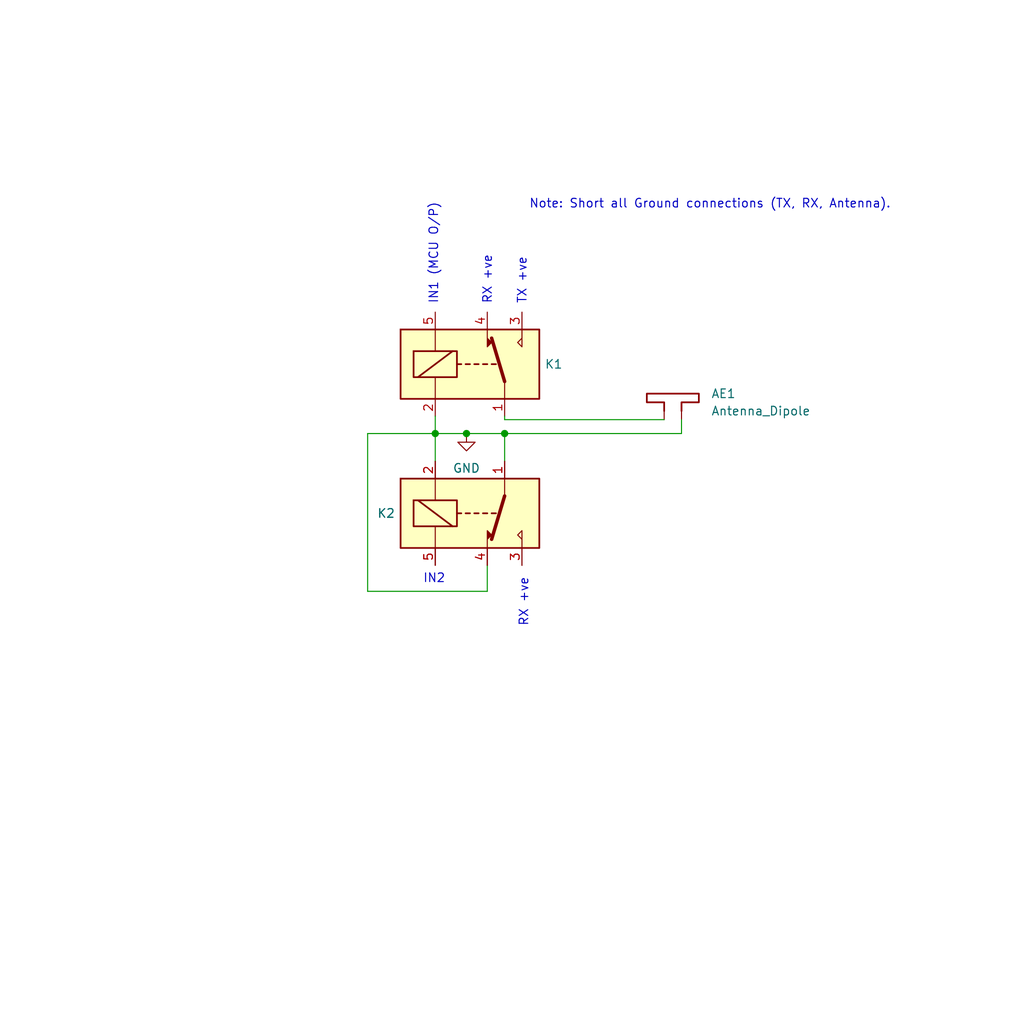
<source format=kicad_sch>
(kicad_sch (version 20211123) (generator eeschema)
  (paper "User" 150.012 150.012)
  (title_block (title "Simple MCU-controlled T/R Switch") (date "2022-02-07") (rev "v0.01") (company "VU3CER"))
  (lib_symbols
    (symbol "Device:Antenna_Dipole" (pin_numbers hide) (pin_names (offset 1.016) hide)
      (property "Reference" "AE" (at 1.27 1.27 0))
      (property "Value" "Antenna_Dipole" (at 1.27 0 0))
      (symbol "Antenna_Dipole_0_1"
        (polyline (pts (xy 2.54 -3.81) (xy 2.54 -2.54) (xy 5.08 -2.54) (xy 5.08 -1.27) (xy -2.54 -1.27) (xy -2.54 -2.54) (xy 0 -2.54) (xy 0 -3.81)) (stroke (width 0.254)))
      )
      (symbol "Antenna_Dipole_1_1"
        (pin input line (at 0 -5.08 90) (length 2.54) (name "~") (number "1"))
        (pin input line (at 2.54 -5.08 90) (length 2.54) (name "~") (number "2"))
      )
    )
    (symbol "Relay:SANYOU_SRD_Form_C"
      (property "Reference" "K" (at 11.43 3.81 0))
      (property "Value" "SANYOU_SRD_Form_C" (at 11.43 1.27 0))
      (symbol "SANYOU_SRD_Form_C_0_0"
        (polyline (pts (xy 7.62 5.08) (xy 7.62 2.54) (xy 6.985 3.175) (xy 7.62 3.81)))
      )
      (symbol "SANYOU_SRD_Form_C_0_1"
        (rectangle (start -10.16 5.08) (end 10.16 -5.08) (stroke (width 0.254)) (fill (type background)))
        (rectangle (start -8.255 1.905) (end -1.905 -1.905) (stroke (width 0.254)))
        (polyline (pts (xy -7.62 -1.905) (xy -2.54 1.905)) (stroke (width 0.254)))
        (polyline (pts (xy -5.08 -5.08) (xy -5.08 -1.905)))
        (polyline (pts (xy -5.08 5.08) (xy -5.08 1.905)))
        (polyline (pts (xy -1.905 0) (xy -1.27 0)) (stroke (width 0.254)))
        (polyline (pts (xy -0.635 0) (xy 0 0)) (stroke (width 0.254)))
        (polyline (pts (xy 0.635 0) (xy 1.27 0)) (stroke (width 0.254)))
        (polyline (pts (xy 1.905 0) (xy 2.54 0)) (stroke (width 0.254)))
        (polyline (pts (xy 3.175 0) (xy 3.81 0)) (stroke (width 0.254)))
        (polyline (pts (xy 5.08 -2.54) (xy 3.175 3.81)) (stroke (width 0.508)))
        (polyline (pts (xy 5.08 -2.54) (xy 5.08 -5.08)))
      )
      (symbol "SANYOU_SRD_Form_C_1_1"
        (polyline (pts (xy 2.54 3.81) (xy 3.175 3.175) (xy 2.54 2.54) (xy 2.54 5.08)) (fill (type outline)))
        (pin passive line (at 5.08 -7.62 90) (length 2.54) (name "~") (number "1"))
        (pin passive line (at -5.08 -7.62 90) (length 2.54) (name "~") (number "2"))
        (pin passive line (at 7.62 7.62 270) (length 2.54) (name "~") (number "3"))
        (pin passive line (at 2.54 7.62 270) (length 2.54) (name "~") (number "4"))
        (pin passive line (at -5.08 7.62 270) (length 2.54) (name "~") (number "5"))
      )
    )
    (symbol "power:GND" (power) (pin_names (offset 0))
      (property "Value" "GND" (at 0 -3.81 0))
      (symbol "GND_0_1"
        (polyline (pts (xy 0 0) (xy 0 -1.27) (xy 1.27 -1.27) (xy 0 -2.54) (xy -1.27 -1.27) (xy 0 -1.27)))
      )
      (symbol "GND_1_1"
        (pin power_in line (at 0 0 270) (length 0) hide (name "GND") (number "1"))
      )
    )
  )
  (junction (at 68.326 63.5))
  (junction (at 73.914 63.5))
  (junction (at 63.754 63.5))
  (wire (pts (xy 68.326 63.5) (xy 73.914 63.5)))
  (wire (pts (xy 63.754 63.5) (xy 63.754 67.564)))
  (wire (pts (xy 99.822 63.5) (xy 99.822 61.468)))
  (wire (pts (xy 73.914 63.5) (xy 73.914 67.564)))
  (wire (pts (xy 63.754 60.96) (xy 63.754 63.5)))
  (wire (pts (xy 63.754 63.5) (xy 53.848 63.5)))
  (wire (pts (xy 71.374 86.614) (xy 71.374 82.804)))
  (wire (pts (xy 63.754 63.5) (xy 68.326 63.5)))
  (wire (pts (xy 53.848 63.5) (xy 53.848 86.614)))
  (wire (pts (xy 73.914 63.5) (xy 99.822 63.5)))
  (wire (pts (xy 73.914 61.468) (xy 97.282 61.468)))
  (wire (pts (xy 73.914 61.468) (xy 73.914 60.96)))
  (wire (pts (xy 53.848 86.614) (xy 71.374 86.614)))
  (text "IN2" (at 65.278 85.598 180) (effects (font (size 1.27 1.27)) (justify right bottom)))
  (text "Note: Short all Ground connections (TX, RX, Antenna)." (at 77.47 30.734 0) (effects (font (size 1.27 1.27)) (justify left bottom)))
  (text "RX +ve" (at 72.136 44.704 90) (effects (font (size 1.27 1.27)) (justify left bottom)))
  (text "RX +ve" (at 77.47 91.948 90) (effects (font (size 1.27 1.27)) (justify left bottom)))
  (text "TX +ve" (at 77.216 44.704 90) (effects (font (size 1.27 1.27)) (justify left bottom)))
  (text "IN1 (MCU O/P)" (at 64.262 44.704 90) (effects (font (size 1.27 1.27)) (justify left bottom)))
  (symbol (lib_id "Relay:SANYOU_SRD_Form_C") (at 68.834 53.34 0) (unit 1)
    (property "Reference" "K1" (at 79.756 53.3399 0) (effects (justify left)))
    (property "Value" "SANYOU_SRD_Form_C" (effects hide))
    (property "Footprint" "Relay_THT:Relay_SPDT_SANYOU_SRD_Series_Form_C" (effects hide))
    (property "Datasheet" "http://www.sanyourelay.ca/public/products/pdf/SRD.pdf" (effects hide))
  )
  (symbol (lib_id "Relay:SANYOU_SRD_Form_C") (at 68.834 75.184 0) (mirror x) (unit 1)
    (property "Reference" "K2" (at 57.912 75.1839 0) (effects (justify right)))
    (property "Value" "SANYOU_SRD_Form_C" (effects hide))
    (property "Footprint" "Relay_THT:Relay_SPDT_SANYOU_SRD_Series_Form_C" (effects hide))
    (property "Datasheet" "http://www.sanyourelay.ca/public/products/pdf/SRD.pdf" (effects hide))
  )
  (symbol (lib_id "Device:Antenna_Dipole") (at 97.282 56.388 0) (unit 1)
    (property "Reference" "AE1" (at 104.14 57.6579 0) (effects (justify left)))
    (property "Value" "Antenna_Dipole" (at 104.14 60.1979 0) (effects (justify left)))
  )
  (symbol (lib_id "power:GND") (at 68.326 63.5 0) (unit 1)
    (property "Reference" "#PWR?" (effects hide))
    (property "Value" "GND" (at 68.326 68.58 0))
  )
)
</source>
